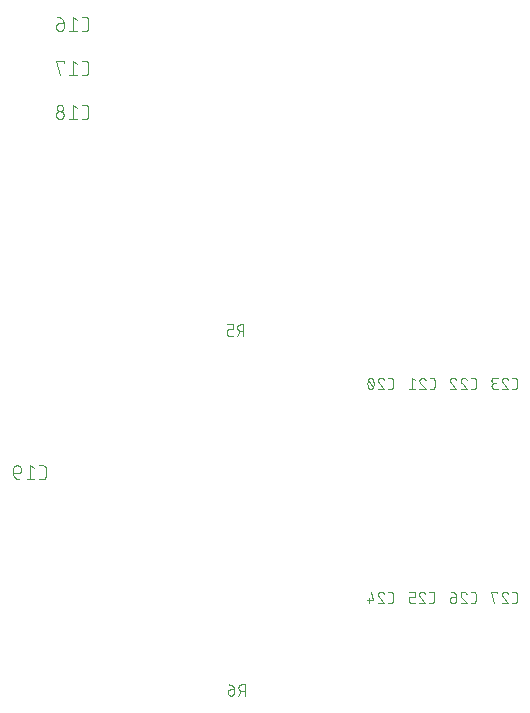
<source format=gbr>
G04 EAGLE Gerber RS-274X export*
G75*
%MOMM*%
%FSLAX34Y34*%
%LPD*%
%INSilkscreen Bottom*%
%IPPOS*%
%AMOC8*
5,1,8,0,0,1.08239X$1,22.5*%
G01*
%ADD10C,0.076200*%
%ADD11C,0.050800*%


D10*
X219313Y734431D02*
X221966Y734431D01*
X222068Y734433D01*
X222169Y734439D01*
X222270Y734449D01*
X222371Y734462D01*
X222471Y734480D01*
X222570Y734501D01*
X222669Y734526D01*
X222766Y734555D01*
X222863Y734587D01*
X222958Y734623D01*
X223051Y734663D01*
X223143Y734706D01*
X223233Y734753D01*
X223322Y734804D01*
X223408Y734857D01*
X223492Y734914D01*
X223574Y734974D01*
X223654Y735037D01*
X223731Y735103D01*
X223806Y735172D01*
X223878Y735244D01*
X223947Y735319D01*
X224013Y735396D01*
X224076Y735476D01*
X224136Y735558D01*
X224193Y735642D01*
X224246Y735728D01*
X224297Y735817D01*
X224344Y735907D01*
X224387Y735999D01*
X224427Y736092D01*
X224463Y736187D01*
X224495Y736284D01*
X224524Y736381D01*
X224549Y736480D01*
X224570Y736579D01*
X224588Y736679D01*
X224601Y736780D01*
X224611Y736881D01*
X224617Y736982D01*
X224619Y737084D01*
X224619Y743716D01*
X224617Y743818D01*
X224611Y743919D01*
X224601Y744020D01*
X224588Y744121D01*
X224570Y744221D01*
X224549Y744320D01*
X224524Y744419D01*
X224495Y744516D01*
X224463Y744613D01*
X224427Y744708D01*
X224387Y744801D01*
X224344Y744893D01*
X224297Y744983D01*
X224246Y745072D01*
X224193Y745158D01*
X224136Y745242D01*
X224076Y745324D01*
X224013Y745404D01*
X223947Y745481D01*
X223878Y745556D01*
X223806Y745628D01*
X223731Y745697D01*
X223654Y745763D01*
X223574Y745826D01*
X223492Y745886D01*
X223408Y745943D01*
X223322Y745996D01*
X223233Y746047D01*
X223143Y746094D01*
X223051Y746137D01*
X222958Y746177D01*
X222863Y746213D01*
X222766Y746245D01*
X222669Y746274D01*
X222570Y746299D01*
X222471Y746320D01*
X222371Y746338D01*
X222270Y746351D01*
X222169Y746361D01*
X222068Y746367D01*
X221966Y746369D01*
X219313Y746369D01*
X215065Y743716D02*
X211749Y746369D01*
X211749Y734431D01*
X215065Y734431D02*
X208433Y734431D01*
X203635Y741063D02*
X199656Y741063D01*
X199554Y741061D01*
X199453Y741055D01*
X199352Y741045D01*
X199251Y741032D01*
X199151Y741014D01*
X199052Y740993D01*
X198953Y740968D01*
X198856Y740939D01*
X198759Y740907D01*
X198664Y740871D01*
X198571Y740831D01*
X198479Y740788D01*
X198389Y740741D01*
X198300Y740690D01*
X198214Y740637D01*
X198130Y740580D01*
X198048Y740520D01*
X197968Y740457D01*
X197891Y740391D01*
X197816Y740322D01*
X197744Y740250D01*
X197675Y740175D01*
X197609Y740098D01*
X197546Y740018D01*
X197486Y739936D01*
X197429Y739852D01*
X197376Y739766D01*
X197325Y739677D01*
X197278Y739587D01*
X197235Y739495D01*
X197195Y739402D01*
X197159Y739307D01*
X197127Y739210D01*
X197098Y739113D01*
X197073Y739015D01*
X197052Y738915D01*
X197034Y738815D01*
X197021Y738714D01*
X197011Y738613D01*
X197005Y738512D01*
X197003Y738410D01*
X197003Y737747D01*
X197005Y737633D01*
X197011Y737518D01*
X197021Y737404D01*
X197035Y737291D01*
X197052Y737177D01*
X197074Y737065D01*
X197099Y736953D01*
X197129Y736843D01*
X197162Y736733D01*
X197199Y736625D01*
X197239Y736518D01*
X197284Y736412D01*
X197331Y736308D01*
X197383Y736206D01*
X197438Y736106D01*
X197496Y736007D01*
X197558Y735911D01*
X197623Y735816D01*
X197691Y735725D01*
X197763Y735635D01*
X197837Y735548D01*
X197914Y735464D01*
X197995Y735382D01*
X198078Y735303D01*
X198163Y735227D01*
X198252Y735154D01*
X198342Y735085D01*
X198435Y735018D01*
X198531Y734955D01*
X198628Y734895D01*
X198728Y734838D01*
X198829Y734785D01*
X198932Y734735D01*
X199037Y734689D01*
X199143Y734646D01*
X199251Y734608D01*
X199360Y734573D01*
X199470Y734542D01*
X199581Y734514D01*
X199693Y734491D01*
X199806Y734471D01*
X199919Y734455D01*
X200033Y734443D01*
X200147Y734435D01*
X200262Y734431D01*
X200376Y734431D01*
X200491Y734435D01*
X200605Y734443D01*
X200719Y734455D01*
X200832Y734471D01*
X200945Y734491D01*
X201057Y734514D01*
X201168Y734542D01*
X201278Y734573D01*
X201387Y734608D01*
X201495Y734646D01*
X201601Y734689D01*
X201706Y734735D01*
X201809Y734785D01*
X201910Y734838D01*
X202010Y734895D01*
X202107Y734955D01*
X202203Y735018D01*
X202296Y735085D01*
X202386Y735154D01*
X202475Y735227D01*
X202560Y735303D01*
X202643Y735382D01*
X202724Y735464D01*
X202801Y735548D01*
X202875Y735635D01*
X202947Y735725D01*
X203015Y735816D01*
X203080Y735911D01*
X203142Y736007D01*
X203200Y736106D01*
X203255Y736206D01*
X203307Y736308D01*
X203354Y736412D01*
X203399Y736518D01*
X203439Y736625D01*
X203476Y736733D01*
X203509Y736843D01*
X203539Y736953D01*
X203564Y737065D01*
X203586Y737177D01*
X203603Y737291D01*
X203617Y737404D01*
X203627Y737518D01*
X203633Y737633D01*
X203635Y737747D01*
X203635Y741063D01*
X203633Y741207D01*
X203627Y741350D01*
X203617Y741494D01*
X203604Y741637D01*
X203586Y741779D01*
X203565Y741921D01*
X203540Y742063D01*
X203511Y742204D01*
X203478Y742344D01*
X203442Y742483D01*
X203401Y742620D01*
X203357Y742757D01*
X203310Y742893D01*
X203258Y743027D01*
X203203Y743160D01*
X203145Y743291D01*
X203082Y743421D01*
X203017Y743548D01*
X202948Y743674D01*
X202875Y743799D01*
X202800Y743921D01*
X202721Y744041D01*
X202638Y744158D01*
X202553Y744274D01*
X202465Y744387D01*
X202373Y744498D01*
X202279Y744606D01*
X202181Y744712D01*
X202081Y744815D01*
X201978Y744915D01*
X201872Y745013D01*
X201764Y745107D01*
X201653Y745199D01*
X201540Y745287D01*
X201424Y745372D01*
X201307Y745455D01*
X201187Y745534D01*
X201065Y745609D01*
X200940Y745682D01*
X200814Y745751D01*
X200687Y745816D01*
X200557Y745879D01*
X200426Y745937D01*
X200293Y745992D01*
X200159Y746044D01*
X200023Y746091D01*
X199886Y746135D01*
X199749Y746176D01*
X199610Y746212D01*
X199470Y746245D01*
X199329Y746274D01*
X199187Y746299D01*
X199045Y746320D01*
X198903Y746338D01*
X198760Y746351D01*
X198616Y746361D01*
X198473Y746367D01*
X198329Y746369D01*
X219313Y697231D02*
X221966Y697231D01*
X222068Y697233D01*
X222169Y697239D01*
X222270Y697249D01*
X222371Y697262D01*
X222471Y697280D01*
X222570Y697301D01*
X222669Y697326D01*
X222766Y697355D01*
X222863Y697387D01*
X222958Y697423D01*
X223051Y697463D01*
X223143Y697506D01*
X223233Y697553D01*
X223322Y697604D01*
X223408Y697657D01*
X223492Y697714D01*
X223574Y697774D01*
X223654Y697837D01*
X223731Y697903D01*
X223806Y697972D01*
X223878Y698044D01*
X223947Y698119D01*
X224013Y698196D01*
X224076Y698276D01*
X224136Y698358D01*
X224193Y698442D01*
X224246Y698528D01*
X224297Y698617D01*
X224344Y698707D01*
X224387Y698799D01*
X224427Y698892D01*
X224463Y698987D01*
X224495Y699084D01*
X224524Y699181D01*
X224549Y699280D01*
X224570Y699379D01*
X224588Y699479D01*
X224601Y699580D01*
X224611Y699681D01*
X224617Y699782D01*
X224619Y699884D01*
X224619Y706516D01*
X224617Y706618D01*
X224611Y706719D01*
X224601Y706820D01*
X224588Y706921D01*
X224570Y707021D01*
X224549Y707120D01*
X224524Y707219D01*
X224495Y707316D01*
X224463Y707413D01*
X224427Y707508D01*
X224387Y707601D01*
X224344Y707693D01*
X224297Y707783D01*
X224246Y707872D01*
X224193Y707958D01*
X224136Y708042D01*
X224076Y708124D01*
X224013Y708204D01*
X223947Y708281D01*
X223878Y708356D01*
X223806Y708428D01*
X223731Y708497D01*
X223654Y708563D01*
X223574Y708626D01*
X223492Y708686D01*
X223408Y708743D01*
X223322Y708796D01*
X223233Y708847D01*
X223143Y708894D01*
X223051Y708937D01*
X222958Y708977D01*
X222863Y709013D01*
X222766Y709045D01*
X222669Y709074D01*
X222570Y709099D01*
X222471Y709120D01*
X222371Y709138D01*
X222270Y709151D01*
X222169Y709161D01*
X222068Y709167D01*
X221966Y709169D01*
X219313Y709169D01*
X215065Y706516D02*
X211749Y709169D01*
X211749Y697231D01*
X215065Y697231D02*
X208433Y697231D01*
X203635Y707843D02*
X203635Y709169D01*
X197003Y709169D01*
X200319Y697231D01*
X219313Y660031D02*
X221966Y660031D01*
X222068Y660033D01*
X222169Y660039D01*
X222270Y660049D01*
X222371Y660062D01*
X222471Y660080D01*
X222570Y660101D01*
X222669Y660126D01*
X222766Y660155D01*
X222863Y660187D01*
X222958Y660223D01*
X223051Y660263D01*
X223143Y660306D01*
X223233Y660353D01*
X223322Y660404D01*
X223408Y660457D01*
X223492Y660514D01*
X223574Y660574D01*
X223654Y660637D01*
X223731Y660703D01*
X223806Y660772D01*
X223878Y660844D01*
X223947Y660919D01*
X224013Y660996D01*
X224076Y661076D01*
X224136Y661158D01*
X224193Y661242D01*
X224246Y661328D01*
X224297Y661417D01*
X224344Y661507D01*
X224387Y661599D01*
X224427Y661692D01*
X224463Y661787D01*
X224495Y661884D01*
X224524Y661981D01*
X224549Y662080D01*
X224570Y662179D01*
X224588Y662279D01*
X224601Y662380D01*
X224611Y662481D01*
X224617Y662582D01*
X224619Y662684D01*
X224619Y669316D01*
X224617Y669418D01*
X224611Y669519D01*
X224601Y669620D01*
X224588Y669721D01*
X224570Y669821D01*
X224549Y669920D01*
X224524Y670019D01*
X224495Y670116D01*
X224463Y670213D01*
X224427Y670308D01*
X224387Y670401D01*
X224344Y670493D01*
X224297Y670583D01*
X224246Y670672D01*
X224193Y670758D01*
X224136Y670842D01*
X224076Y670924D01*
X224013Y671004D01*
X223947Y671081D01*
X223878Y671156D01*
X223806Y671228D01*
X223731Y671297D01*
X223654Y671363D01*
X223574Y671426D01*
X223492Y671486D01*
X223408Y671543D01*
X223322Y671596D01*
X223233Y671647D01*
X223143Y671694D01*
X223051Y671737D01*
X222958Y671777D01*
X222863Y671813D01*
X222766Y671845D01*
X222669Y671874D01*
X222570Y671899D01*
X222471Y671920D01*
X222371Y671938D01*
X222270Y671951D01*
X222169Y671961D01*
X222068Y671967D01*
X221966Y671969D01*
X219313Y671969D01*
X215065Y669316D02*
X211749Y671969D01*
X211749Y660031D01*
X215065Y660031D02*
X208433Y660031D01*
X203635Y663347D02*
X203633Y663461D01*
X203627Y663576D01*
X203617Y663690D01*
X203603Y663803D01*
X203586Y663917D01*
X203564Y664029D01*
X203539Y664141D01*
X203509Y664251D01*
X203476Y664361D01*
X203439Y664469D01*
X203399Y664576D01*
X203354Y664682D01*
X203307Y664786D01*
X203255Y664888D01*
X203200Y664988D01*
X203142Y665087D01*
X203080Y665183D01*
X203015Y665278D01*
X202947Y665369D01*
X202875Y665459D01*
X202801Y665546D01*
X202724Y665630D01*
X202643Y665712D01*
X202560Y665791D01*
X202475Y665867D01*
X202386Y665940D01*
X202296Y666009D01*
X202203Y666076D01*
X202107Y666139D01*
X202010Y666199D01*
X201910Y666256D01*
X201809Y666309D01*
X201706Y666359D01*
X201601Y666405D01*
X201495Y666448D01*
X201387Y666486D01*
X201278Y666521D01*
X201168Y666552D01*
X201057Y666580D01*
X200945Y666603D01*
X200832Y666623D01*
X200719Y666639D01*
X200605Y666651D01*
X200491Y666659D01*
X200376Y666663D01*
X200262Y666663D01*
X200147Y666659D01*
X200033Y666651D01*
X199919Y666639D01*
X199806Y666623D01*
X199693Y666603D01*
X199581Y666580D01*
X199470Y666552D01*
X199360Y666521D01*
X199251Y666486D01*
X199143Y666448D01*
X199037Y666405D01*
X198932Y666359D01*
X198829Y666309D01*
X198728Y666256D01*
X198628Y666199D01*
X198531Y666139D01*
X198435Y666076D01*
X198342Y666009D01*
X198252Y665940D01*
X198163Y665867D01*
X198078Y665791D01*
X197995Y665712D01*
X197914Y665630D01*
X197837Y665546D01*
X197763Y665459D01*
X197691Y665369D01*
X197623Y665278D01*
X197558Y665183D01*
X197496Y665087D01*
X197438Y664988D01*
X197383Y664888D01*
X197331Y664786D01*
X197284Y664682D01*
X197239Y664576D01*
X197199Y664469D01*
X197162Y664361D01*
X197129Y664251D01*
X197099Y664141D01*
X197074Y664029D01*
X197052Y663917D01*
X197035Y663803D01*
X197021Y663690D01*
X197011Y663576D01*
X197005Y663461D01*
X197003Y663347D01*
X197005Y663233D01*
X197011Y663118D01*
X197021Y663004D01*
X197035Y662891D01*
X197052Y662777D01*
X197074Y662665D01*
X197099Y662553D01*
X197129Y662443D01*
X197162Y662333D01*
X197199Y662225D01*
X197239Y662118D01*
X197284Y662012D01*
X197331Y661908D01*
X197383Y661806D01*
X197438Y661706D01*
X197496Y661607D01*
X197558Y661511D01*
X197623Y661416D01*
X197691Y661325D01*
X197763Y661235D01*
X197837Y661148D01*
X197914Y661064D01*
X197995Y660982D01*
X198078Y660903D01*
X198163Y660827D01*
X198252Y660754D01*
X198342Y660685D01*
X198435Y660618D01*
X198531Y660555D01*
X198628Y660495D01*
X198728Y660438D01*
X198829Y660385D01*
X198932Y660335D01*
X199037Y660289D01*
X199143Y660246D01*
X199251Y660208D01*
X199360Y660173D01*
X199470Y660142D01*
X199581Y660114D01*
X199693Y660091D01*
X199806Y660071D01*
X199919Y660055D01*
X200033Y660043D01*
X200147Y660035D01*
X200262Y660031D01*
X200376Y660031D01*
X200491Y660035D01*
X200605Y660043D01*
X200719Y660055D01*
X200832Y660071D01*
X200945Y660091D01*
X201057Y660114D01*
X201168Y660142D01*
X201278Y660173D01*
X201387Y660208D01*
X201495Y660246D01*
X201601Y660289D01*
X201706Y660335D01*
X201809Y660385D01*
X201910Y660438D01*
X202010Y660495D01*
X202107Y660555D01*
X202203Y660618D01*
X202296Y660685D01*
X202386Y660754D01*
X202475Y660827D01*
X202560Y660903D01*
X202643Y660982D01*
X202724Y661064D01*
X202801Y661148D01*
X202875Y661235D01*
X202947Y661325D01*
X203015Y661416D01*
X203080Y661511D01*
X203142Y661607D01*
X203200Y661706D01*
X203255Y661806D01*
X203307Y661908D01*
X203354Y662012D01*
X203399Y662118D01*
X203439Y662225D01*
X203476Y662333D01*
X203509Y662443D01*
X203539Y662553D01*
X203564Y662665D01*
X203586Y662777D01*
X203603Y662891D01*
X203617Y663004D01*
X203627Y663118D01*
X203633Y663233D01*
X203635Y663347D01*
X202972Y669316D02*
X202970Y669418D01*
X202964Y669519D01*
X202954Y669620D01*
X202941Y669721D01*
X202923Y669821D01*
X202902Y669920D01*
X202877Y670019D01*
X202848Y670116D01*
X202816Y670213D01*
X202780Y670308D01*
X202740Y670401D01*
X202697Y670493D01*
X202650Y670583D01*
X202599Y670672D01*
X202546Y670758D01*
X202489Y670842D01*
X202429Y670924D01*
X202366Y671004D01*
X202300Y671081D01*
X202231Y671156D01*
X202159Y671228D01*
X202084Y671297D01*
X202007Y671363D01*
X201927Y671426D01*
X201845Y671486D01*
X201761Y671543D01*
X201675Y671596D01*
X201586Y671647D01*
X201496Y671694D01*
X201404Y671737D01*
X201311Y671777D01*
X201216Y671813D01*
X201119Y671845D01*
X201022Y671874D01*
X200923Y671899D01*
X200824Y671920D01*
X200724Y671938D01*
X200623Y671951D01*
X200522Y671961D01*
X200421Y671967D01*
X200319Y671969D01*
X200217Y671967D01*
X200116Y671961D01*
X200015Y671951D01*
X199914Y671938D01*
X199814Y671920D01*
X199715Y671899D01*
X199616Y671874D01*
X199519Y671845D01*
X199422Y671813D01*
X199327Y671777D01*
X199234Y671737D01*
X199142Y671694D01*
X199052Y671647D01*
X198963Y671596D01*
X198877Y671543D01*
X198793Y671486D01*
X198711Y671426D01*
X198631Y671363D01*
X198554Y671297D01*
X198479Y671228D01*
X198407Y671156D01*
X198338Y671081D01*
X198272Y671004D01*
X198209Y670924D01*
X198149Y670842D01*
X198092Y670758D01*
X198039Y670672D01*
X197988Y670583D01*
X197941Y670493D01*
X197898Y670401D01*
X197858Y670308D01*
X197822Y670213D01*
X197790Y670116D01*
X197761Y670019D01*
X197736Y669920D01*
X197715Y669821D01*
X197697Y669721D01*
X197684Y669620D01*
X197674Y669519D01*
X197668Y669418D01*
X197666Y669316D01*
X197668Y669214D01*
X197674Y669113D01*
X197684Y669012D01*
X197697Y668911D01*
X197715Y668811D01*
X197736Y668712D01*
X197761Y668613D01*
X197790Y668516D01*
X197822Y668419D01*
X197858Y668324D01*
X197898Y668231D01*
X197941Y668139D01*
X197988Y668049D01*
X198039Y667960D01*
X198092Y667874D01*
X198149Y667790D01*
X198209Y667708D01*
X198272Y667628D01*
X198338Y667551D01*
X198407Y667476D01*
X198479Y667404D01*
X198554Y667335D01*
X198631Y667269D01*
X198711Y667206D01*
X198793Y667146D01*
X198877Y667089D01*
X198963Y667036D01*
X199052Y666985D01*
X199142Y666938D01*
X199234Y666895D01*
X199327Y666855D01*
X199422Y666819D01*
X199519Y666787D01*
X199616Y666758D01*
X199715Y666733D01*
X199814Y666712D01*
X199914Y666694D01*
X200015Y666681D01*
X200116Y666671D01*
X200217Y666665D01*
X200319Y666663D01*
X200421Y666665D01*
X200522Y666671D01*
X200623Y666681D01*
X200724Y666694D01*
X200824Y666712D01*
X200923Y666733D01*
X201022Y666758D01*
X201119Y666787D01*
X201216Y666819D01*
X201311Y666855D01*
X201404Y666895D01*
X201496Y666938D01*
X201586Y666985D01*
X201675Y667036D01*
X201761Y667089D01*
X201845Y667146D01*
X201927Y667206D01*
X202007Y667269D01*
X202084Y667335D01*
X202159Y667404D01*
X202231Y667476D01*
X202300Y667551D01*
X202366Y667628D01*
X202429Y667708D01*
X202489Y667790D01*
X202546Y667874D01*
X202599Y667960D01*
X202650Y668049D01*
X202697Y668139D01*
X202740Y668231D01*
X202780Y668324D01*
X202816Y668419D01*
X202848Y668516D01*
X202877Y668613D01*
X202902Y668712D01*
X202923Y668811D01*
X202941Y668911D01*
X202954Y669012D01*
X202964Y669113D01*
X202970Y669214D01*
X202972Y669316D01*
D11*
X355796Y486080D02*
X355796Y476588D01*
X355796Y486080D02*
X353159Y486080D01*
X353058Y486078D01*
X352957Y486072D01*
X352857Y486063D01*
X352756Y486049D01*
X352657Y486032D01*
X352558Y486011D01*
X352460Y485986D01*
X352363Y485957D01*
X352268Y485925D01*
X352173Y485889D01*
X352080Y485849D01*
X351989Y485806D01*
X351899Y485760D01*
X351811Y485710D01*
X351726Y485656D01*
X351642Y485600D01*
X351560Y485540D01*
X351481Y485477D01*
X351405Y485412D01*
X351330Y485343D01*
X351259Y485272D01*
X351190Y485197D01*
X351125Y485121D01*
X351062Y485042D01*
X351002Y484960D01*
X350946Y484876D01*
X350892Y484791D01*
X350842Y484703D01*
X350796Y484613D01*
X350753Y484522D01*
X350713Y484429D01*
X350677Y484334D01*
X350645Y484239D01*
X350616Y484142D01*
X350591Y484044D01*
X350570Y483945D01*
X350553Y483846D01*
X350539Y483745D01*
X350530Y483645D01*
X350524Y483544D01*
X350522Y483443D01*
X350524Y483342D01*
X350530Y483241D01*
X350539Y483141D01*
X350553Y483040D01*
X350570Y482941D01*
X350591Y482842D01*
X350616Y482744D01*
X350645Y482647D01*
X350677Y482552D01*
X350713Y482457D01*
X350753Y482364D01*
X350796Y482273D01*
X350842Y482183D01*
X350892Y482095D01*
X350946Y482010D01*
X351002Y481926D01*
X351062Y481844D01*
X351125Y481765D01*
X351190Y481689D01*
X351259Y481614D01*
X351330Y481543D01*
X351405Y481474D01*
X351481Y481409D01*
X351560Y481346D01*
X351642Y481286D01*
X351726Y481230D01*
X351811Y481176D01*
X351899Y481126D01*
X351989Y481080D01*
X352080Y481037D01*
X352173Y480997D01*
X352268Y480961D01*
X352363Y480929D01*
X352460Y480900D01*
X352558Y480875D01*
X352657Y480854D01*
X352756Y480837D01*
X352857Y480823D01*
X352957Y480814D01*
X353058Y480808D01*
X353159Y480806D01*
X353159Y480807D02*
X355796Y480807D01*
X352632Y480807D02*
X350523Y476588D01*
X346843Y476588D02*
X343679Y476588D01*
X343589Y476590D01*
X343500Y476596D01*
X343411Y476605D01*
X343323Y476618D01*
X343235Y476635D01*
X343148Y476656D01*
X343061Y476680D01*
X342976Y476708D01*
X342893Y476740D01*
X342810Y476775D01*
X342730Y476814D01*
X342650Y476856D01*
X342573Y476901D01*
X342498Y476950D01*
X342425Y477001D01*
X342354Y477056D01*
X342286Y477114D01*
X342220Y477174D01*
X342156Y477238D01*
X342096Y477304D01*
X342038Y477372D01*
X341983Y477443D01*
X341932Y477516D01*
X341883Y477591D01*
X341838Y477668D01*
X341796Y477748D01*
X341757Y477828D01*
X341722Y477911D01*
X341690Y477994D01*
X341662Y478079D01*
X341638Y478166D01*
X341617Y478253D01*
X341600Y478341D01*
X341587Y478429D01*
X341578Y478518D01*
X341572Y478607D01*
X341570Y478697D01*
X341570Y479752D01*
X341572Y479842D01*
X341578Y479931D01*
X341587Y480020D01*
X341600Y480108D01*
X341617Y480196D01*
X341638Y480283D01*
X341662Y480370D01*
X341690Y480455D01*
X341722Y480538D01*
X341757Y480621D01*
X341796Y480701D01*
X341838Y480781D01*
X341883Y480858D01*
X341932Y480933D01*
X341983Y481006D01*
X342038Y481077D01*
X342096Y481145D01*
X342156Y481211D01*
X342220Y481275D01*
X342286Y481335D01*
X342354Y481393D01*
X342425Y481448D01*
X342498Y481499D01*
X342573Y481548D01*
X342650Y481593D01*
X342730Y481635D01*
X342810Y481674D01*
X342893Y481709D01*
X342976Y481741D01*
X343061Y481769D01*
X343148Y481793D01*
X343235Y481814D01*
X343323Y481831D01*
X343411Y481844D01*
X343500Y481853D01*
X343589Y481859D01*
X343679Y481861D01*
X346843Y481861D01*
X346843Y486080D01*
X341570Y486080D01*
D10*
X185732Y354831D02*
X183079Y354831D01*
X185732Y354831D02*
X185834Y354833D01*
X185935Y354839D01*
X186036Y354849D01*
X186137Y354862D01*
X186237Y354880D01*
X186336Y354901D01*
X186435Y354926D01*
X186532Y354955D01*
X186629Y354987D01*
X186724Y355023D01*
X186817Y355063D01*
X186909Y355106D01*
X186999Y355153D01*
X187088Y355204D01*
X187174Y355257D01*
X187258Y355314D01*
X187340Y355374D01*
X187420Y355437D01*
X187497Y355503D01*
X187572Y355572D01*
X187644Y355644D01*
X187713Y355719D01*
X187779Y355796D01*
X187842Y355876D01*
X187902Y355958D01*
X187959Y356042D01*
X188012Y356128D01*
X188063Y356217D01*
X188110Y356307D01*
X188153Y356399D01*
X188193Y356492D01*
X188229Y356587D01*
X188261Y356684D01*
X188290Y356781D01*
X188315Y356880D01*
X188336Y356979D01*
X188354Y357079D01*
X188367Y357180D01*
X188377Y357281D01*
X188383Y357382D01*
X188385Y357484D01*
X188385Y364116D01*
X188383Y364218D01*
X188377Y364319D01*
X188367Y364420D01*
X188354Y364521D01*
X188336Y364621D01*
X188315Y364720D01*
X188290Y364819D01*
X188261Y364916D01*
X188229Y365013D01*
X188193Y365108D01*
X188153Y365201D01*
X188110Y365293D01*
X188063Y365383D01*
X188012Y365472D01*
X187959Y365558D01*
X187902Y365642D01*
X187842Y365724D01*
X187779Y365804D01*
X187713Y365881D01*
X187644Y365956D01*
X187572Y366028D01*
X187497Y366097D01*
X187420Y366163D01*
X187340Y366226D01*
X187258Y366286D01*
X187174Y366343D01*
X187088Y366396D01*
X186999Y366447D01*
X186909Y366494D01*
X186817Y366537D01*
X186724Y366577D01*
X186629Y366613D01*
X186532Y366645D01*
X186435Y366674D01*
X186336Y366699D01*
X186237Y366720D01*
X186137Y366738D01*
X186036Y366751D01*
X185935Y366761D01*
X185834Y366767D01*
X185732Y366769D01*
X183079Y366769D01*
X178831Y364116D02*
X175515Y366769D01*
X175515Y354831D01*
X178831Y354831D02*
X172199Y354831D01*
X164748Y360137D02*
X160769Y360137D01*
X164748Y360137D02*
X164850Y360139D01*
X164951Y360145D01*
X165052Y360155D01*
X165153Y360168D01*
X165253Y360186D01*
X165352Y360207D01*
X165451Y360232D01*
X165548Y360261D01*
X165645Y360293D01*
X165740Y360329D01*
X165833Y360369D01*
X165925Y360412D01*
X166015Y360459D01*
X166104Y360510D01*
X166190Y360563D01*
X166274Y360620D01*
X166356Y360680D01*
X166436Y360743D01*
X166513Y360809D01*
X166588Y360878D01*
X166660Y360950D01*
X166729Y361025D01*
X166795Y361102D01*
X166858Y361182D01*
X166918Y361264D01*
X166975Y361348D01*
X167028Y361434D01*
X167079Y361523D01*
X167126Y361613D01*
X167169Y361705D01*
X167209Y361798D01*
X167245Y361893D01*
X167277Y361990D01*
X167306Y362087D01*
X167331Y362186D01*
X167352Y362285D01*
X167370Y362385D01*
X167383Y362486D01*
X167393Y362587D01*
X167399Y362688D01*
X167401Y362790D01*
X167401Y363453D01*
X167399Y363567D01*
X167393Y363682D01*
X167383Y363796D01*
X167369Y363909D01*
X167352Y364023D01*
X167330Y364135D01*
X167305Y364247D01*
X167275Y364357D01*
X167242Y364467D01*
X167205Y364575D01*
X167165Y364682D01*
X167120Y364788D01*
X167073Y364892D01*
X167021Y364994D01*
X166966Y365094D01*
X166908Y365193D01*
X166846Y365289D01*
X166781Y365384D01*
X166713Y365475D01*
X166641Y365565D01*
X166567Y365652D01*
X166490Y365736D01*
X166409Y365818D01*
X166326Y365897D01*
X166241Y365973D01*
X166152Y366046D01*
X166062Y366115D01*
X165969Y366182D01*
X165873Y366245D01*
X165776Y366305D01*
X165676Y366362D01*
X165575Y366415D01*
X165472Y366465D01*
X165367Y366511D01*
X165261Y366554D01*
X165153Y366592D01*
X165044Y366627D01*
X164934Y366658D01*
X164823Y366686D01*
X164711Y366709D01*
X164598Y366729D01*
X164485Y366745D01*
X164371Y366757D01*
X164257Y366765D01*
X164142Y366769D01*
X164028Y366769D01*
X163913Y366765D01*
X163799Y366757D01*
X163685Y366745D01*
X163572Y366729D01*
X163459Y366709D01*
X163347Y366686D01*
X163236Y366658D01*
X163126Y366627D01*
X163017Y366592D01*
X162909Y366554D01*
X162803Y366511D01*
X162698Y366465D01*
X162595Y366415D01*
X162494Y366362D01*
X162394Y366305D01*
X162297Y366245D01*
X162201Y366182D01*
X162108Y366115D01*
X162018Y366046D01*
X161929Y365973D01*
X161844Y365897D01*
X161761Y365818D01*
X161680Y365736D01*
X161603Y365652D01*
X161529Y365565D01*
X161457Y365475D01*
X161389Y365384D01*
X161324Y365289D01*
X161262Y365193D01*
X161204Y365094D01*
X161149Y364994D01*
X161097Y364892D01*
X161050Y364788D01*
X161005Y364682D01*
X160965Y364575D01*
X160928Y364467D01*
X160895Y364357D01*
X160865Y364247D01*
X160840Y364135D01*
X160818Y364023D01*
X160801Y363909D01*
X160787Y363796D01*
X160777Y363682D01*
X160771Y363567D01*
X160769Y363453D01*
X160769Y360137D01*
X160771Y359993D01*
X160777Y359850D01*
X160787Y359706D01*
X160800Y359563D01*
X160818Y359421D01*
X160839Y359279D01*
X160864Y359137D01*
X160893Y358996D01*
X160926Y358856D01*
X160962Y358717D01*
X161003Y358580D01*
X161047Y358443D01*
X161094Y358307D01*
X161146Y358173D01*
X161201Y358040D01*
X161259Y357909D01*
X161322Y357779D01*
X161387Y357652D01*
X161456Y357526D01*
X161529Y357401D01*
X161604Y357279D01*
X161683Y357159D01*
X161766Y357041D01*
X161851Y356926D01*
X161939Y356813D01*
X162031Y356702D01*
X162125Y356594D01*
X162223Y356488D01*
X162323Y356385D01*
X162426Y356285D01*
X162532Y356187D01*
X162640Y356093D01*
X162751Y356001D01*
X162864Y355913D01*
X162980Y355828D01*
X163097Y355745D01*
X163217Y355666D01*
X163339Y355591D01*
X163464Y355518D01*
X163590Y355449D01*
X163718Y355383D01*
X163847Y355321D01*
X163978Y355263D01*
X164111Y355208D01*
X164245Y355156D01*
X164381Y355109D01*
X164518Y355065D01*
X164656Y355024D01*
X164794Y354988D01*
X164934Y354955D01*
X165075Y354926D01*
X165217Y354901D01*
X165359Y354880D01*
X165501Y354862D01*
X165644Y354849D01*
X165788Y354839D01*
X165931Y354833D01*
X166075Y354831D01*
D11*
X356796Y181230D02*
X356796Y171738D01*
X356796Y181230D02*
X354159Y181230D01*
X354058Y181228D01*
X353957Y181222D01*
X353857Y181213D01*
X353756Y181199D01*
X353657Y181182D01*
X353558Y181161D01*
X353460Y181136D01*
X353363Y181107D01*
X353268Y181075D01*
X353173Y181039D01*
X353080Y180999D01*
X352989Y180956D01*
X352899Y180910D01*
X352811Y180860D01*
X352726Y180806D01*
X352642Y180750D01*
X352560Y180690D01*
X352481Y180627D01*
X352405Y180562D01*
X352330Y180493D01*
X352259Y180422D01*
X352190Y180347D01*
X352125Y180271D01*
X352062Y180192D01*
X352002Y180110D01*
X351946Y180026D01*
X351892Y179941D01*
X351842Y179853D01*
X351796Y179763D01*
X351753Y179672D01*
X351713Y179579D01*
X351677Y179484D01*
X351645Y179389D01*
X351616Y179292D01*
X351591Y179194D01*
X351570Y179095D01*
X351553Y178996D01*
X351539Y178895D01*
X351530Y178795D01*
X351524Y178694D01*
X351522Y178593D01*
X351524Y178492D01*
X351530Y178391D01*
X351539Y178291D01*
X351553Y178190D01*
X351570Y178091D01*
X351591Y177992D01*
X351616Y177894D01*
X351645Y177797D01*
X351677Y177702D01*
X351713Y177607D01*
X351753Y177514D01*
X351796Y177423D01*
X351842Y177333D01*
X351892Y177245D01*
X351946Y177160D01*
X352002Y177076D01*
X352062Y176994D01*
X352125Y176915D01*
X352190Y176839D01*
X352259Y176764D01*
X352330Y176693D01*
X352405Y176624D01*
X352481Y176559D01*
X352560Y176496D01*
X352642Y176436D01*
X352726Y176380D01*
X352811Y176326D01*
X352899Y176276D01*
X352989Y176230D01*
X353080Y176187D01*
X353173Y176147D01*
X353268Y176111D01*
X353363Y176079D01*
X353460Y176050D01*
X353558Y176025D01*
X353657Y176004D01*
X353756Y175987D01*
X353857Y175973D01*
X353957Y175964D01*
X354058Y175958D01*
X354159Y175956D01*
X354159Y175957D02*
X356796Y175957D01*
X353632Y175957D02*
X351523Y171738D01*
X347843Y177011D02*
X344679Y177011D01*
X344589Y177009D01*
X344500Y177003D01*
X344411Y176994D01*
X344323Y176981D01*
X344235Y176964D01*
X344148Y176943D01*
X344061Y176919D01*
X343976Y176891D01*
X343893Y176859D01*
X343810Y176824D01*
X343730Y176785D01*
X343650Y176743D01*
X343573Y176698D01*
X343498Y176649D01*
X343425Y176598D01*
X343354Y176543D01*
X343286Y176485D01*
X343220Y176425D01*
X343156Y176361D01*
X343096Y176295D01*
X343038Y176227D01*
X342983Y176156D01*
X342932Y176083D01*
X342883Y176008D01*
X342838Y175931D01*
X342796Y175851D01*
X342757Y175771D01*
X342722Y175688D01*
X342690Y175605D01*
X342662Y175520D01*
X342638Y175433D01*
X342617Y175346D01*
X342600Y175258D01*
X342587Y175170D01*
X342578Y175081D01*
X342572Y174992D01*
X342570Y174902D01*
X342570Y174375D01*
X342572Y174274D01*
X342578Y174173D01*
X342587Y174073D01*
X342601Y173972D01*
X342618Y173873D01*
X342639Y173774D01*
X342664Y173676D01*
X342693Y173579D01*
X342725Y173484D01*
X342761Y173389D01*
X342801Y173296D01*
X342844Y173205D01*
X342890Y173115D01*
X342940Y173027D01*
X342994Y172942D01*
X343050Y172858D01*
X343110Y172776D01*
X343173Y172697D01*
X343238Y172621D01*
X343307Y172546D01*
X343378Y172475D01*
X343453Y172406D01*
X343529Y172341D01*
X343608Y172278D01*
X343690Y172218D01*
X343774Y172162D01*
X343859Y172108D01*
X343947Y172058D01*
X344037Y172012D01*
X344128Y171969D01*
X344221Y171929D01*
X344316Y171893D01*
X344411Y171861D01*
X344508Y171832D01*
X344606Y171807D01*
X344705Y171786D01*
X344804Y171769D01*
X344905Y171755D01*
X345005Y171746D01*
X345106Y171740D01*
X345207Y171738D01*
X345308Y171740D01*
X345409Y171746D01*
X345509Y171755D01*
X345610Y171769D01*
X345709Y171786D01*
X345808Y171807D01*
X345906Y171832D01*
X346003Y171861D01*
X346098Y171893D01*
X346193Y171929D01*
X346286Y171969D01*
X346377Y172012D01*
X346467Y172058D01*
X346555Y172108D01*
X346640Y172162D01*
X346724Y172218D01*
X346806Y172278D01*
X346885Y172341D01*
X346961Y172406D01*
X347036Y172475D01*
X347107Y172546D01*
X347176Y172621D01*
X347241Y172697D01*
X347304Y172776D01*
X347364Y172858D01*
X347420Y172942D01*
X347474Y173027D01*
X347524Y173115D01*
X347570Y173205D01*
X347613Y173296D01*
X347653Y173389D01*
X347689Y173484D01*
X347721Y173579D01*
X347750Y173676D01*
X347775Y173774D01*
X347796Y173873D01*
X347813Y173972D01*
X347827Y174073D01*
X347836Y174173D01*
X347842Y174274D01*
X347844Y174375D01*
X347843Y174375D02*
X347843Y177011D01*
X347844Y177011D02*
X347842Y177138D01*
X347836Y177266D01*
X347827Y177393D01*
X347813Y177520D01*
X347796Y177646D01*
X347775Y177771D01*
X347750Y177896D01*
X347721Y178021D01*
X347689Y178144D01*
X347653Y178266D01*
X347613Y178387D01*
X347570Y178507D01*
X347523Y178626D01*
X347472Y178743D01*
X347418Y178858D01*
X347361Y178972D01*
X347300Y179084D01*
X347236Y179194D01*
X347168Y179302D01*
X347097Y179408D01*
X347023Y179511D01*
X346946Y179613D01*
X346866Y179712D01*
X346783Y179809D01*
X346697Y179903D01*
X346608Y179994D01*
X346517Y180083D01*
X346423Y180169D01*
X346326Y180252D01*
X346227Y180332D01*
X346125Y180409D01*
X346022Y180483D01*
X345916Y180554D01*
X345808Y180622D01*
X345698Y180686D01*
X345586Y180747D01*
X345472Y180804D01*
X345357Y180858D01*
X345240Y180909D01*
X345121Y180956D01*
X345001Y180999D01*
X344880Y181039D01*
X344758Y181075D01*
X344635Y181107D01*
X344511Y181136D01*
X344386Y181161D01*
X344260Y181182D01*
X344134Y181199D01*
X344007Y181213D01*
X343880Y181222D01*
X343752Y181228D01*
X343625Y181230D01*
X478177Y250254D02*
X480287Y250254D01*
X480377Y250256D01*
X480466Y250262D01*
X480555Y250271D01*
X480643Y250284D01*
X480731Y250301D01*
X480818Y250322D01*
X480905Y250346D01*
X480990Y250374D01*
X481073Y250406D01*
X481156Y250441D01*
X481236Y250480D01*
X481316Y250522D01*
X481393Y250567D01*
X481468Y250616D01*
X481541Y250667D01*
X481612Y250722D01*
X481680Y250780D01*
X481746Y250840D01*
X481810Y250904D01*
X481870Y250970D01*
X481928Y251038D01*
X481983Y251109D01*
X482034Y251182D01*
X482083Y251257D01*
X482128Y251334D01*
X482170Y251414D01*
X482209Y251494D01*
X482244Y251577D01*
X482276Y251660D01*
X482304Y251745D01*
X482328Y251832D01*
X482349Y251919D01*
X482366Y252007D01*
X482379Y252095D01*
X482388Y252184D01*
X482394Y252273D01*
X482396Y252363D01*
X482396Y257637D01*
X482394Y257727D01*
X482388Y257816D01*
X482379Y257905D01*
X482366Y257993D01*
X482349Y258081D01*
X482328Y258168D01*
X482304Y258255D01*
X482276Y258340D01*
X482244Y258423D01*
X482209Y258506D01*
X482170Y258586D01*
X482128Y258666D01*
X482083Y258743D01*
X482034Y258818D01*
X481983Y258891D01*
X481928Y258962D01*
X481870Y259030D01*
X481810Y259096D01*
X481746Y259160D01*
X481680Y259220D01*
X481612Y259278D01*
X481541Y259333D01*
X481468Y259384D01*
X481393Y259433D01*
X481316Y259478D01*
X481236Y259520D01*
X481156Y259559D01*
X481073Y259594D01*
X480990Y259626D01*
X480905Y259654D01*
X480818Y259678D01*
X480731Y259699D01*
X480643Y259716D01*
X480555Y259729D01*
X480466Y259738D01*
X480377Y259744D01*
X480287Y259746D01*
X478177Y259746D01*
X471974Y259746D02*
X471878Y259744D01*
X471783Y259738D01*
X471688Y259729D01*
X471593Y259715D01*
X471499Y259698D01*
X471406Y259677D01*
X471314Y259652D01*
X471223Y259624D01*
X471133Y259592D01*
X471044Y259556D01*
X470957Y259517D01*
X470871Y259474D01*
X470788Y259428D01*
X470706Y259379D01*
X470626Y259326D01*
X470548Y259270D01*
X470473Y259211D01*
X470400Y259149D01*
X470330Y259084D01*
X470263Y259017D01*
X470198Y258947D01*
X470136Y258874D01*
X470077Y258799D01*
X470021Y258721D01*
X469968Y258641D01*
X469919Y258560D01*
X469873Y258476D01*
X469830Y258390D01*
X469791Y258303D01*
X469755Y258214D01*
X469723Y258124D01*
X469695Y258033D01*
X469670Y257941D01*
X469649Y257848D01*
X469632Y257754D01*
X469618Y257659D01*
X469609Y257564D01*
X469603Y257469D01*
X469601Y257373D01*
X471974Y259746D02*
X472084Y259744D01*
X472193Y259738D01*
X472302Y259728D01*
X472411Y259715D01*
X472519Y259697D01*
X472626Y259675D01*
X472733Y259650D01*
X472838Y259621D01*
X472943Y259588D01*
X473046Y259551D01*
X473148Y259511D01*
X473248Y259467D01*
X473347Y259419D01*
X473444Y259368D01*
X473539Y259314D01*
X473632Y259256D01*
X473723Y259195D01*
X473811Y259130D01*
X473898Y259063D01*
X473981Y258992D01*
X474062Y258918D01*
X474141Y258842D01*
X474217Y258763D01*
X474289Y258681D01*
X474359Y258596D01*
X474426Y258509D01*
X474489Y258420D01*
X474550Y258329D01*
X474607Y258235D01*
X474660Y258140D01*
X474710Y258042D01*
X474757Y257943D01*
X474800Y257842D01*
X474839Y257740D01*
X474875Y257636D01*
X470392Y255527D02*
X470322Y255596D01*
X470255Y255668D01*
X470191Y255742D01*
X470129Y255819D01*
X470071Y255898D01*
X470016Y255979D01*
X469964Y256063D01*
X469915Y256148D01*
X469869Y256235D01*
X469827Y256324D01*
X469788Y256414D01*
X469753Y256506D01*
X469721Y256599D01*
X469693Y256693D01*
X469669Y256788D01*
X469648Y256885D01*
X469631Y256981D01*
X469618Y257079D01*
X469609Y257177D01*
X469603Y257275D01*
X469601Y257373D01*
X470392Y255527D02*
X474875Y250254D01*
X469601Y250254D01*
X465875Y252363D02*
X463765Y259746D01*
X465875Y252363D02*
X460601Y252363D01*
X462183Y250254D02*
X462183Y254473D01*
X513177Y250254D02*
X515287Y250254D01*
X515377Y250256D01*
X515466Y250262D01*
X515555Y250271D01*
X515643Y250284D01*
X515731Y250301D01*
X515818Y250322D01*
X515905Y250346D01*
X515990Y250374D01*
X516073Y250406D01*
X516156Y250441D01*
X516236Y250480D01*
X516316Y250522D01*
X516393Y250567D01*
X516468Y250616D01*
X516541Y250667D01*
X516612Y250722D01*
X516680Y250780D01*
X516746Y250840D01*
X516810Y250904D01*
X516870Y250970D01*
X516928Y251038D01*
X516983Y251109D01*
X517034Y251182D01*
X517083Y251257D01*
X517128Y251334D01*
X517170Y251414D01*
X517209Y251494D01*
X517244Y251577D01*
X517276Y251660D01*
X517304Y251745D01*
X517328Y251832D01*
X517349Y251919D01*
X517366Y252007D01*
X517379Y252095D01*
X517388Y252184D01*
X517394Y252273D01*
X517396Y252363D01*
X517396Y257637D01*
X517394Y257727D01*
X517388Y257816D01*
X517379Y257905D01*
X517366Y257993D01*
X517349Y258081D01*
X517328Y258168D01*
X517304Y258255D01*
X517276Y258340D01*
X517244Y258423D01*
X517209Y258506D01*
X517170Y258586D01*
X517128Y258666D01*
X517083Y258743D01*
X517034Y258818D01*
X516983Y258891D01*
X516928Y258962D01*
X516870Y259030D01*
X516810Y259096D01*
X516746Y259160D01*
X516680Y259220D01*
X516612Y259278D01*
X516541Y259333D01*
X516468Y259384D01*
X516393Y259433D01*
X516316Y259478D01*
X516236Y259520D01*
X516156Y259559D01*
X516073Y259594D01*
X515990Y259626D01*
X515905Y259654D01*
X515818Y259678D01*
X515731Y259699D01*
X515643Y259716D01*
X515555Y259729D01*
X515466Y259738D01*
X515377Y259744D01*
X515287Y259746D01*
X513177Y259746D01*
X506974Y259746D02*
X506878Y259744D01*
X506783Y259738D01*
X506688Y259729D01*
X506593Y259715D01*
X506499Y259698D01*
X506406Y259677D01*
X506314Y259652D01*
X506223Y259624D01*
X506133Y259592D01*
X506044Y259556D01*
X505957Y259517D01*
X505871Y259474D01*
X505788Y259428D01*
X505706Y259379D01*
X505626Y259326D01*
X505548Y259270D01*
X505473Y259211D01*
X505400Y259149D01*
X505330Y259084D01*
X505263Y259017D01*
X505198Y258947D01*
X505136Y258874D01*
X505077Y258799D01*
X505021Y258721D01*
X504968Y258641D01*
X504919Y258560D01*
X504873Y258476D01*
X504830Y258390D01*
X504791Y258303D01*
X504755Y258214D01*
X504723Y258124D01*
X504695Y258033D01*
X504670Y257941D01*
X504649Y257848D01*
X504632Y257754D01*
X504618Y257659D01*
X504609Y257564D01*
X504603Y257469D01*
X504601Y257373D01*
X506974Y259746D02*
X507084Y259744D01*
X507193Y259738D01*
X507302Y259728D01*
X507411Y259715D01*
X507519Y259697D01*
X507626Y259675D01*
X507733Y259650D01*
X507838Y259621D01*
X507943Y259588D01*
X508046Y259551D01*
X508148Y259511D01*
X508248Y259467D01*
X508347Y259419D01*
X508444Y259368D01*
X508539Y259314D01*
X508632Y259256D01*
X508723Y259195D01*
X508811Y259130D01*
X508898Y259063D01*
X508981Y258992D01*
X509062Y258918D01*
X509141Y258842D01*
X509217Y258763D01*
X509289Y258681D01*
X509359Y258596D01*
X509426Y258509D01*
X509489Y258420D01*
X509550Y258329D01*
X509607Y258235D01*
X509660Y258140D01*
X509710Y258042D01*
X509757Y257943D01*
X509800Y257842D01*
X509839Y257740D01*
X509875Y257636D01*
X505392Y255527D02*
X505322Y255596D01*
X505255Y255668D01*
X505191Y255742D01*
X505129Y255819D01*
X505071Y255898D01*
X505016Y255979D01*
X504964Y256063D01*
X504915Y256148D01*
X504869Y256235D01*
X504827Y256324D01*
X504788Y256414D01*
X504753Y256506D01*
X504721Y256599D01*
X504693Y256693D01*
X504669Y256788D01*
X504648Y256885D01*
X504631Y256981D01*
X504618Y257079D01*
X504609Y257177D01*
X504603Y257275D01*
X504601Y257373D01*
X505392Y255527D02*
X509875Y250254D01*
X504601Y250254D01*
X500875Y250254D02*
X497711Y250254D01*
X497621Y250256D01*
X497532Y250262D01*
X497443Y250271D01*
X497355Y250284D01*
X497267Y250301D01*
X497180Y250322D01*
X497093Y250346D01*
X497008Y250374D01*
X496925Y250406D01*
X496842Y250441D01*
X496762Y250480D01*
X496682Y250522D01*
X496605Y250567D01*
X496530Y250616D01*
X496457Y250667D01*
X496386Y250722D01*
X496318Y250780D01*
X496252Y250840D01*
X496188Y250904D01*
X496128Y250970D01*
X496070Y251038D01*
X496015Y251109D01*
X495964Y251182D01*
X495915Y251257D01*
X495870Y251334D01*
X495828Y251414D01*
X495789Y251494D01*
X495754Y251577D01*
X495722Y251660D01*
X495694Y251745D01*
X495670Y251832D01*
X495649Y251919D01*
X495632Y252007D01*
X495619Y252095D01*
X495610Y252184D01*
X495604Y252273D01*
X495602Y252363D01*
X495601Y252363D02*
X495601Y253418D01*
X495602Y253418D02*
X495604Y253508D01*
X495610Y253597D01*
X495619Y253686D01*
X495632Y253774D01*
X495649Y253862D01*
X495670Y253949D01*
X495694Y254036D01*
X495722Y254121D01*
X495754Y254204D01*
X495789Y254287D01*
X495828Y254367D01*
X495870Y254447D01*
X495915Y254524D01*
X495964Y254599D01*
X496015Y254672D01*
X496070Y254743D01*
X496128Y254811D01*
X496188Y254877D01*
X496252Y254941D01*
X496318Y255001D01*
X496386Y255059D01*
X496457Y255114D01*
X496530Y255165D01*
X496605Y255214D01*
X496682Y255259D01*
X496762Y255301D01*
X496842Y255340D01*
X496925Y255375D01*
X497008Y255407D01*
X497093Y255435D01*
X497180Y255459D01*
X497267Y255480D01*
X497355Y255497D01*
X497443Y255510D01*
X497532Y255519D01*
X497621Y255525D01*
X497711Y255527D01*
X500875Y255527D01*
X500875Y259746D01*
X495601Y259746D01*
X548177Y250254D02*
X550287Y250254D01*
X550377Y250256D01*
X550466Y250262D01*
X550555Y250271D01*
X550643Y250284D01*
X550731Y250301D01*
X550818Y250322D01*
X550905Y250346D01*
X550990Y250374D01*
X551073Y250406D01*
X551156Y250441D01*
X551236Y250480D01*
X551316Y250522D01*
X551393Y250567D01*
X551468Y250616D01*
X551541Y250667D01*
X551612Y250722D01*
X551680Y250780D01*
X551746Y250840D01*
X551810Y250904D01*
X551870Y250970D01*
X551928Y251038D01*
X551983Y251109D01*
X552034Y251182D01*
X552083Y251257D01*
X552128Y251334D01*
X552170Y251414D01*
X552209Y251494D01*
X552244Y251577D01*
X552276Y251660D01*
X552304Y251745D01*
X552328Y251832D01*
X552349Y251919D01*
X552366Y252007D01*
X552379Y252095D01*
X552388Y252184D01*
X552394Y252273D01*
X552396Y252363D01*
X552396Y257637D01*
X552394Y257727D01*
X552388Y257816D01*
X552379Y257905D01*
X552366Y257993D01*
X552349Y258081D01*
X552328Y258168D01*
X552304Y258255D01*
X552276Y258340D01*
X552244Y258423D01*
X552209Y258506D01*
X552170Y258586D01*
X552128Y258666D01*
X552083Y258743D01*
X552034Y258818D01*
X551983Y258891D01*
X551928Y258962D01*
X551870Y259030D01*
X551810Y259096D01*
X551746Y259160D01*
X551680Y259220D01*
X551612Y259278D01*
X551541Y259333D01*
X551468Y259384D01*
X551393Y259433D01*
X551316Y259478D01*
X551236Y259520D01*
X551156Y259559D01*
X551073Y259594D01*
X550990Y259626D01*
X550905Y259654D01*
X550818Y259678D01*
X550731Y259699D01*
X550643Y259716D01*
X550555Y259729D01*
X550466Y259738D01*
X550377Y259744D01*
X550287Y259746D01*
X548177Y259746D01*
X541974Y259746D02*
X541878Y259744D01*
X541783Y259738D01*
X541688Y259729D01*
X541593Y259715D01*
X541499Y259698D01*
X541406Y259677D01*
X541314Y259652D01*
X541223Y259624D01*
X541133Y259592D01*
X541044Y259556D01*
X540957Y259517D01*
X540871Y259474D01*
X540788Y259428D01*
X540706Y259379D01*
X540626Y259326D01*
X540548Y259270D01*
X540473Y259211D01*
X540400Y259149D01*
X540330Y259084D01*
X540263Y259017D01*
X540198Y258947D01*
X540136Y258874D01*
X540077Y258799D01*
X540021Y258721D01*
X539968Y258641D01*
X539919Y258560D01*
X539873Y258476D01*
X539830Y258390D01*
X539791Y258303D01*
X539755Y258214D01*
X539723Y258124D01*
X539695Y258033D01*
X539670Y257941D01*
X539649Y257848D01*
X539632Y257754D01*
X539618Y257659D01*
X539609Y257564D01*
X539603Y257469D01*
X539601Y257373D01*
X541974Y259746D02*
X542084Y259744D01*
X542193Y259738D01*
X542302Y259728D01*
X542411Y259715D01*
X542519Y259697D01*
X542626Y259675D01*
X542733Y259650D01*
X542838Y259621D01*
X542943Y259588D01*
X543046Y259551D01*
X543148Y259511D01*
X543248Y259467D01*
X543347Y259419D01*
X543444Y259368D01*
X543539Y259314D01*
X543632Y259256D01*
X543723Y259195D01*
X543811Y259130D01*
X543898Y259063D01*
X543981Y258992D01*
X544062Y258918D01*
X544141Y258842D01*
X544217Y258763D01*
X544289Y258681D01*
X544359Y258596D01*
X544426Y258509D01*
X544489Y258420D01*
X544550Y258329D01*
X544607Y258235D01*
X544660Y258140D01*
X544710Y258042D01*
X544757Y257943D01*
X544800Y257842D01*
X544839Y257740D01*
X544875Y257636D01*
X540392Y255527D02*
X540322Y255596D01*
X540255Y255668D01*
X540191Y255742D01*
X540129Y255819D01*
X540071Y255898D01*
X540016Y255979D01*
X539964Y256063D01*
X539915Y256148D01*
X539869Y256235D01*
X539827Y256324D01*
X539788Y256414D01*
X539753Y256506D01*
X539721Y256599D01*
X539693Y256693D01*
X539669Y256788D01*
X539648Y256885D01*
X539631Y256981D01*
X539618Y257079D01*
X539609Y257177D01*
X539603Y257275D01*
X539601Y257373D01*
X540392Y255527D02*
X544875Y250254D01*
X539601Y250254D01*
X535875Y255527D02*
X532711Y255527D01*
X532621Y255525D01*
X532532Y255519D01*
X532443Y255510D01*
X532355Y255497D01*
X532267Y255480D01*
X532180Y255459D01*
X532093Y255435D01*
X532008Y255407D01*
X531925Y255375D01*
X531842Y255340D01*
X531762Y255301D01*
X531682Y255259D01*
X531605Y255214D01*
X531530Y255165D01*
X531457Y255114D01*
X531386Y255059D01*
X531318Y255001D01*
X531252Y254941D01*
X531188Y254877D01*
X531128Y254811D01*
X531070Y254743D01*
X531015Y254672D01*
X530964Y254599D01*
X530915Y254524D01*
X530870Y254447D01*
X530828Y254367D01*
X530789Y254287D01*
X530754Y254204D01*
X530722Y254121D01*
X530694Y254036D01*
X530670Y253949D01*
X530649Y253862D01*
X530632Y253774D01*
X530619Y253686D01*
X530610Y253597D01*
X530604Y253508D01*
X530602Y253418D01*
X530601Y253418D02*
X530601Y252891D01*
X530603Y252790D01*
X530609Y252689D01*
X530618Y252589D01*
X530632Y252488D01*
X530649Y252389D01*
X530670Y252290D01*
X530695Y252192D01*
X530724Y252095D01*
X530756Y252000D01*
X530792Y251905D01*
X530832Y251812D01*
X530875Y251721D01*
X530921Y251631D01*
X530971Y251543D01*
X531025Y251458D01*
X531081Y251374D01*
X531141Y251292D01*
X531204Y251213D01*
X531269Y251137D01*
X531338Y251062D01*
X531409Y250991D01*
X531484Y250922D01*
X531560Y250857D01*
X531639Y250794D01*
X531721Y250734D01*
X531805Y250678D01*
X531890Y250624D01*
X531978Y250574D01*
X532068Y250528D01*
X532159Y250485D01*
X532252Y250445D01*
X532347Y250409D01*
X532442Y250377D01*
X532539Y250348D01*
X532637Y250323D01*
X532736Y250302D01*
X532835Y250285D01*
X532936Y250271D01*
X533036Y250262D01*
X533137Y250256D01*
X533238Y250254D01*
X533339Y250256D01*
X533440Y250262D01*
X533540Y250271D01*
X533641Y250285D01*
X533740Y250302D01*
X533839Y250323D01*
X533937Y250348D01*
X534034Y250377D01*
X534129Y250409D01*
X534224Y250445D01*
X534317Y250485D01*
X534408Y250528D01*
X534498Y250574D01*
X534586Y250624D01*
X534671Y250678D01*
X534755Y250734D01*
X534837Y250794D01*
X534916Y250857D01*
X534992Y250922D01*
X535067Y250991D01*
X535138Y251062D01*
X535207Y251137D01*
X535272Y251213D01*
X535335Y251292D01*
X535395Y251374D01*
X535451Y251458D01*
X535505Y251543D01*
X535555Y251631D01*
X535601Y251721D01*
X535644Y251812D01*
X535684Y251905D01*
X535720Y252000D01*
X535752Y252095D01*
X535781Y252192D01*
X535806Y252290D01*
X535827Y252389D01*
X535844Y252488D01*
X535858Y252589D01*
X535867Y252689D01*
X535873Y252790D01*
X535875Y252891D01*
X535875Y255527D01*
X535873Y255654D01*
X535867Y255782D01*
X535858Y255909D01*
X535844Y256036D01*
X535827Y256162D01*
X535806Y256287D01*
X535781Y256412D01*
X535752Y256537D01*
X535720Y256660D01*
X535684Y256782D01*
X535644Y256903D01*
X535601Y257023D01*
X535554Y257142D01*
X535503Y257259D01*
X535449Y257374D01*
X535392Y257488D01*
X535331Y257600D01*
X535267Y257710D01*
X535199Y257818D01*
X535128Y257924D01*
X535054Y258027D01*
X534977Y258129D01*
X534897Y258228D01*
X534814Y258325D01*
X534728Y258419D01*
X534639Y258510D01*
X534548Y258599D01*
X534454Y258685D01*
X534357Y258768D01*
X534258Y258848D01*
X534156Y258925D01*
X534053Y258999D01*
X533947Y259070D01*
X533839Y259138D01*
X533729Y259202D01*
X533617Y259263D01*
X533503Y259320D01*
X533388Y259374D01*
X533271Y259425D01*
X533152Y259472D01*
X533032Y259515D01*
X532911Y259555D01*
X532789Y259591D01*
X532666Y259623D01*
X532542Y259652D01*
X532417Y259677D01*
X532291Y259698D01*
X532165Y259715D01*
X532038Y259729D01*
X531911Y259738D01*
X531783Y259744D01*
X531656Y259746D01*
X583177Y250254D02*
X585287Y250254D01*
X585377Y250256D01*
X585466Y250262D01*
X585555Y250271D01*
X585643Y250284D01*
X585731Y250301D01*
X585818Y250322D01*
X585905Y250346D01*
X585990Y250374D01*
X586073Y250406D01*
X586156Y250441D01*
X586236Y250480D01*
X586316Y250522D01*
X586393Y250567D01*
X586468Y250616D01*
X586541Y250667D01*
X586612Y250722D01*
X586680Y250780D01*
X586746Y250840D01*
X586810Y250904D01*
X586870Y250970D01*
X586928Y251038D01*
X586983Y251109D01*
X587034Y251182D01*
X587083Y251257D01*
X587128Y251334D01*
X587170Y251414D01*
X587209Y251494D01*
X587244Y251577D01*
X587276Y251660D01*
X587304Y251745D01*
X587328Y251832D01*
X587349Y251919D01*
X587366Y252007D01*
X587379Y252095D01*
X587388Y252184D01*
X587394Y252273D01*
X587396Y252363D01*
X587396Y257637D01*
X587394Y257727D01*
X587388Y257816D01*
X587379Y257905D01*
X587366Y257993D01*
X587349Y258081D01*
X587328Y258168D01*
X587304Y258255D01*
X587276Y258340D01*
X587244Y258423D01*
X587209Y258506D01*
X587170Y258586D01*
X587128Y258666D01*
X587083Y258743D01*
X587034Y258818D01*
X586983Y258891D01*
X586928Y258962D01*
X586870Y259030D01*
X586810Y259096D01*
X586746Y259160D01*
X586680Y259220D01*
X586612Y259278D01*
X586541Y259333D01*
X586468Y259384D01*
X586393Y259433D01*
X586316Y259478D01*
X586236Y259520D01*
X586156Y259559D01*
X586073Y259594D01*
X585990Y259626D01*
X585905Y259654D01*
X585818Y259678D01*
X585731Y259699D01*
X585643Y259716D01*
X585555Y259729D01*
X585466Y259738D01*
X585377Y259744D01*
X585287Y259746D01*
X583177Y259746D01*
X576974Y259746D02*
X576878Y259744D01*
X576783Y259738D01*
X576688Y259729D01*
X576593Y259715D01*
X576499Y259698D01*
X576406Y259677D01*
X576314Y259652D01*
X576223Y259624D01*
X576133Y259592D01*
X576044Y259556D01*
X575957Y259517D01*
X575871Y259474D01*
X575788Y259428D01*
X575706Y259379D01*
X575626Y259326D01*
X575548Y259270D01*
X575473Y259211D01*
X575400Y259149D01*
X575330Y259084D01*
X575263Y259017D01*
X575198Y258947D01*
X575136Y258874D01*
X575077Y258799D01*
X575021Y258721D01*
X574968Y258641D01*
X574919Y258560D01*
X574873Y258476D01*
X574830Y258390D01*
X574791Y258303D01*
X574755Y258214D01*
X574723Y258124D01*
X574695Y258033D01*
X574670Y257941D01*
X574649Y257848D01*
X574632Y257754D01*
X574618Y257659D01*
X574609Y257564D01*
X574603Y257469D01*
X574601Y257373D01*
X576974Y259746D02*
X577084Y259744D01*
X577193Y259738D01*
X577302Y259728D01*
X577411Y259715D01*
X577519Y259697D01*
X577626Y259675D01*
X577733Y259650D01*
X577838Y259621D01*
X577943Y259588D01*
X578046Y259551D01*
X578148Y259511D01*
X578248Y259467D01*
X578347Y259419D01*
X578444Y259368D01*
X578539Y259314D01*
X578632Y259256D01*
X578723Y259195D01*
X578811Y259130D01*
X578898Y259063D01*
X578981Y258992D01*
X579062Y258918D01*
X579141Y258842D01*
X579217Y258763D01*
X579289Y258681D01*
X579359Y258596D01*
X579426Y258509D01*
X579489Y258420D01*
X579550Y258329D01*
X579607Y258235D01*
X579660Y258140D01*
X579710Y258042D01*
X579757Y257943D01*
X579800Y257842D01*
X579839Y257740D01*
X579875Y257636D01*
X575392Y255527D02*
X575322Y255596D01*
X575255Y255668D01*
X575191Y255742D01*
X575129Y255819D01*
X575071Y255898D01*
X575016Y255979D01*
X574964Y256063D01*
X574915Y256148D01*
X574869Y256235D01*
X574827Y256324D01*
X574788Y256414D01*
X574753Y256506D01*
X574721Y256599D01*
X574693Y256693D01*
X574669Y256788D01*
X574648Y256885D01*
X574631Y256981D01*
X574618Y257079D01*
X574609Y257177D01*
X574603Y257275D01*
X574601Y257373D01*
X575392Y255527D02*
X579875Y250254D01*
X574601Y250254D01*
X570875Y258691D02*
X570875Y259746D01*
X565601Y259746D01*
X568238Y250254D01*
X480487Y431254D02*
X478377Y431254D01*
X480487Y431254D02*
X480577Y431256D01*
X480666Y431262D01*
X480755Y431271D01*
X480843Y431284D01*
X480931Y431301D01*
X481018Y431322D01*
X481105Y431346D01*
X481190Y431374D01*
X481273Y431406D01*
X481356Y431441D01*
X481436Y431480D01*
X481516Y431522D01*
X481593Y431567D01*
X481668Y431616D01*
X481741Y431667D01*
X481812Y431722D01*
X481880Y431780D01*
X481946Y431840D01*
X482010Y431904D01*
X482070Y431970D01*
X482128Y432038D01*
X482183Y432109D01*
X482234Y432182D01*
X482283Y432257D01*
X482328Y432334D01*
X482370Y432414D01*
X482409Y432494D01*
X482444Y432577D01*
X482476Y432660D01*
X482504Y432745D01*
X482528Y432832D01*
X482549Y432919D01*
X482566Y433007D01*
X482579Y433095D01*
X482588Y433184D01*
X482594Y433273D01*
X482596Y433363D01*
X482596Y438637D01*
X482594Y438727D01*
X482588Y438816D01*
X482579Y438905D01*
X482566Y438993D01*
X482549Y439081D01*
X482528Y439168D01*
X482504Y439255D01*
X482476Y439340D01*
X482444Y439423D01*
X482409Y439506D01*
X482370Y439586D01*
X482328Y439666D01*
X482283Y439743D01*
X482234Y439818D01*
X482183Y439891D01*
X482128Y439962D01*
X482070Y440030D01*
X482010Y440096D01*
X481946Y440160D01*
X481880Y440220D01*
X481812Y440278D01*
X481741Y440333D01*
X481668Y440384D01*
X481593Y440433D01*
X481516Y440478D01*
X481436Y440520D01*
X481356Y440559D01*
X481273Y440594D01*
X481190Y440626D01*
X481105Y440654D01*
X481018Y440678D01*
X480931Y440699D01*
X480843Y440716D01*
X480755Y440729D01*
X480666Y440738D01*
X480577Y440744D01*
X480487Y440746D01*
X478377Y440746D01*
X472174Y440746D02*
X472078Y440744D01*
X471983Y440738D01*
X471888Y440729D01*
X471793Y440715D01*
X471699Y440698D01*
X471606Y440677D01*
X471514Y440652D01*
X471423Y440624D01*
X471333Y440592D01*
X471244Y440556D01*
X471157Y440517D01*
X471071Y440474D01*
X470988Y440428D01*
X470906Y440379D01*
X470826Y440326D01*
X470748Y440270D01*
X470673Y440211D01*
X470600Y440149D01*
X470530Y440084D01*
X470463Y440017D01*
X470398Y439947D01*
X470336Y439874D01*
X470277Y439799D01*
X470221Y439721D01*
X470168Y439641D01*
X470119Y439560D01*
X470073Y439476D01*
X470030Y439390D01*
X469991Y439303D01*
X469955Y439214D01*
X469923Y439124D01*
X469895Y439033D01*
X469870Y438941D01*
X469849Y438848D01*
X469832Y438754D01*
X469818Y438659D01*
X469809Y438564D01*
X469803Y438469D01*
X469801Y438373D01*
X472174Y440746D02*
X472284Y440744D01*
X472393Y440738D01*
X472502Y440728D01*
X472611Y440715D01*
X472719Y440697D01*
X472826Y440675D01*
X472933Y440650D01*
X473038Y440621D01*
X473143Y440588D01*
X473246Y440551D01*
X473348Y440511D01*
X473448Y440467D01*
X473547Y440419D01*
X473644Y440368D01*
X473739Y440314D01*
X473832Y440256D01*
X473923Y440195D01*
X474011Y440130D01*
X474098Y440063D01*
X474181Y439992D01*
X474262Y439918D01*
X474341Y439842D01*
X474417Y439763D01*
X474489Y439681D01*
X474559Y439596D01*
X474626Y439509D01*
X474689Y439420D01*
X474750Y439329D01*
X474807Y439235D01*
X474860Y439140D01*
X474910Y439042D01*
X474957Y438943D01*
X475000Y438842D01*
X475039Y438740D01*
X475075Y438636D01*
X470592Y436527D02*
X470522Y436596D01*
X470455Y436668D01*
X470391Y436742D01*
X470329Y436819D01*
X470271Y436898D01*
X470216Y436979D01*
X470164Y437063D01*
X470115Y437148D01*
X470069Y437235D01*
X470027Y437324D01*
X469988Y437414D01*
X469953Y437506D01*
X469921Y437599D01*
X469893Y437693D01*
X469869Y437788D01*
X469848Y437885D01*
X469831Y437981D01*
X469818Y438079D01*
X469809Y438177D01*
X469803Y438275D01*
X469801Y438373D01*
X470592Y436527D02*
X475075Y431254D01*
X469801Y431254D01*
X466075Y436000D02*
X466073Y436187D01*
X466066Y436373D01*
X466055Y436560D01*
X466039Y436746D01*
X466019Y436931D01*
X465995Y437117D01*
X465966Y437301D01*
X465933Y437485D01*
X465895Y437668D01*
X465853Y437850D01*
X465807Y438031D01*
X465756Y438210D01*
X465701Y438389D01*
X465642Y438566D01*
X465579Y438742D01*
X465511Y438916D01*
X465440Y439088D01*
X465364Y439259D01*
X465284Y439428D01*
X465254Y439509D01*
X465220Y439589D01*
X465183Y439667D01*
X465143Y439743D01*
X465099Y439818D01*
X465053Y439890D01*
X465002Y439961D01*
X464949Y440029D01*
X464893Y440095D01*
X464834Y440158D01*
X464772Y440218D01*
X464708Y440276D01*
X464641Y440331D01*
X464572Y440383D01*
X464501Y440431D01*
X464427Y440477D01*
X464352Y440519D01*
X464274Y440558D01*
X464195Y440593D01*
X464115Y440625D01*
X464033Y440653D01*
X463951Y440677D01*
X463867Y440698D01*
X463782Y440715D01*
X463697Y440729D01*
X463611Y440738D01*
X463524Y440744D01*
X463438Y440746D01*
X463352Y440744D01*
X463265Y440738D01*
X463179Y440729D01*
X463094Y440715D01*
X463009Y440698D01*
X462925Y440677D01*
X462843Y440653D01*
X462761Y440625D01*
X462681Y440593D01*
X462602Y440558D01*
X462524Y440519D01*
X462449Y440477D01*
X462375Y440431D01*
X462304Y440383D01*
X462235Y440331D01*
X462168Y440276D01*
X462104Y440218D01*
X462042Y440158D01*
X461983Y440095D01*
X461927Y440029D01*
X461874Y439961D01*
X461824Y439890D01*
X461777Y439818D01*
X461733Y439743D01*
X461693Y439667D01*
X461656Y439589D01*
X461622Y439509D01*
X461592Y439428D01*
X461512Y439259D01*
X461436Y439088D01*
X461365Y438916D01*
X461297Y438742D01*
X461234Y438566D01*
X461175Y438389D01*
X461120Y438210D01*
X461069Y438031D01*
X461023Y437850D01*
X460981Y437668D01*
X460943Y437485D01*
X460910Y437301D01*
X460881Y437117D01*
X460857Y436931D01*
X460837Y436746D01*
X460821Y436560D01*
X460810Y436373D01*
X460803Y436187D01*
X460801Y436000D01*
X466074Y436000D02*
X466072Y435813D01*
X466065Y435627D01*
X466054Y435440D01*
X466038Y435254D01*
X466018Y435069D01*
X465994Y434883D01*
X465965Y434699D01*
X465932Y434515D01*
X465894Y434332D01*
X465852Y434150D01*
X465806Y433969D01*
X465755Y433790D01*
X465700Y433611D01*
X465641Y433434D01*
X465578Y433258D01*
X465510Y433084D01*
X465439Y432912D01*
X465363Y432741D01*
X465283Y432572D01*
X465284Y432572D02*
X465254Y432491D01*
X465220Y432411D01*
X465183Y432333D01*
X465143Y432257D01*
X465099Y432182D01*
X465052Y432110D01*
X465002Y432039D01*
X464949Y431971D01*
X464893Y431905D01*
X464834Y431842D01*
X464772Y431782D01*
X464708Y431724D01*
X464641Y431669D01*
X464572Y431617D01*
X464501Y431569D01*
X464427Y431523D01*
X464352Y431481D01*
X464274Y431442D01*
X464195Y431407D01*
X464115Y431375D01*
X464033Y431347D01*
X463951Y431323D01*
X463867Y431302D01*
X463782Y431285D01*
X463697Y431271D01*
X463611Y431262D01*
X463524Y431256D01*
X463438Y431254D01*
X461593Y432572D02*
X461513Y432741D01*
X461437Y432912D01*
X461366Y433084D01*
X461298Y433258D01*
X461235Y433434D01*
X461176Y433611D01*
X461121Y433790D01*
X461070Y433969D01*
X461024Y434150D01*
X460982Y434332D01*
X460944Y434515D01*
X460911Y434699D01*
X460882Y434883D01*
X460858Y435069D01*
X460838Y435254D01*
X460822Y435440D01*
X460811Y435627D01*
X460804Y435813D01*
X460802Y436000D01*
X461592Y432572D02*
X461622Y432491D01*
X461656Y432411D01*
X461693Y432333D01*
X461733Y432257D01*
X461777Y432182D01*
X461824Y432110D01*
X461874Y432039D01*
X461927Y431971D01*
X461983Y431905D01*
X462042Y431842D01*
X462104Y431782D01*
X462168Y431724D01*
X462235Y431669D01*
X462304Y431617D01*
X462375Y431569D01*
X462449Y431523D01*
X462524Y431481D01*
X462602Y431442D01*
X462681Y431407D01*
X462761Y431375D01*
X462843Y431347D01*
X462925Y431323D01*
X463009Y431302D01*
X463094Y431285D01*
X463179Y431271D01*
X463265Y431262D01*
X463352Y431256D01*
X463438Y431254D01*
X465547Y433363D02*
X461329Y438637D01*
X513377Y431254D02*
X515487Y431254D01*
X515577Y431256D01*
X515666Y431262D01*
X515755Y431271D01*
X515843Y431284D01*
X515931Y431301D01*
X516018Y431322D01*
X516105Y431346D01*
X516190Y431374D01*
X516273Y431406D01*
X516356Y431441D01*
X516436Y431480D01*
X516516Y431522D01*
X516593Y431567D01*
X516668Y431616D01*
X516741Y431667D01*
X516812Y431722D01*
X516880Y431780D01*
X516946Y431840D01*
X517010Y431904D01*
X517070Y431970D01*
X517128Y432038D01*
X517183Y432109D01*
X517234Y432182D01*
X517283Y432257D01*
X517328Y432334D01*
X517370Y432414D01*
X517409Y432494D01*
X517444Y432577D01*
X517476Y432660D01*
X517504Y432745D01*
X517528Y432832D01*
X517549Y432919D01*
X517566Y433007D01*
X517579Y433095D01*
X517588Y433184D01*
X517594Y433273D01*
X517596Y433363D01*
X517596Y438637D01*
X517594Y438727D01*
X517588Y438816D01*
X517579Y438905D01*
X517566Y438993D01*
X517549Y439081D01*
X517528Y439168D01*
X517504Y439255D01*
X517476Y439340D01*
X517444Y439423D01*
X517409Y439506D01*
X517370Y439586D01*
X517328Y439666D01*
X517283Y439743D01*
X517234Y439818D01*
X517183Y439891D01*
X517128Y439962D01*
X517070Y440030D01*
X517010Y440096D01*
X516946Y440160D01*
X516880Y440220D01*
X516812Y440278D01*
X516741Y440333D01*
X516668Y440384D01*
X516593Y440433D01*
X516516Y440478D01*
X516436Y440520D01*
X516356Y440559D01*
X516273Y440594D01*
X516190Y440626D01*
X516105Y440654D01*
X516018Y440678D01*
X515931Y440699D01*
X515843Y440716D01*
X515755Y440729D01*
X515666Y440738D01*
X515577Y440744D01*
X515487Y440746D01*
X513377Y440746D01*
X507174Y440746D02*
X507078Y440744D01*
X506983Y440738D01*
X506888Y440729D01*
X506793Y440715D01*
X506699Y440698D01*
X506606Y440677D01*
X506514Y440652D01*
X506423Y440624D01*
X506333Y440592D01*
X506244Y440556D01*
X506157Y440517D01*
X506071Y440474D01*
X505988Y440428D01*
X505906Y440379D01*
X505826Y440326D01*
X505748Y440270D01*
X505673Y440211D01*
X505600Y440149D01*
X505530Y440084D01*
X505463Y440017D01*
X505398Y439947D01*
X505336Y439874D01*
X505277Y439799D01*
X505221Y439721D01*
X505168Y439641D01*
X505119Y439560D01*
X505073Y439476D01*
X505030Y439390D01*
X504991Y439303D01*
X504955Y439214D01*
X504923Y439124D01*
X504895Y439033D01*
X504870Y438941D01*
X504849Y438848D01*
X504832Y438754D01*
X504818Y438659D01*
X504809Y438564D01*
X504803Y438469D01*
X504801Y438373D01*
X507174Y440746D02*
X507284Y440744D01*
X507393Y440738D01*
X507502Y440728D01*
X507611Y440715D01*
X507719Y440697D01*
X507826Y440675D01*
X507933Y440650D01*
X508038Y440621D01*
X508143Y440588D01*
X508246Y440551D01*
X508348Y440511D01*
X508448Y440467D01*
X508547Y440419D01*
X508644Y440368D01*
X508739Y440314D01*
X508832Y440256D01*
X508923Y440195D01*
X509011Y440130D01*
X509098Y440063D01*
X509181Y439992D01*
X509262Y439918D01*
X509341Y439842D01*
X509417Y439763D01*
X509489Y439681D01*
X509559Y439596D01*
X509626Y439509D01*
X509689Y439420D01*
X509750Y439329D01*
X509807Y439235D01*
X509860Y439140D01*
X509910Y439042D01*
X509957Y438943D01*
X510000Y438842D01*
X510039Y438740D01*
X510075Y438636D01*
X505592Y436527D02*
X505522Y436596D01*
X505455Y436668D01*
X505391Y436742D01*
X505329Y436819D01*
X505271Y436898D01*
X505216Y436979D01*
X505164Y437063D01*
X505115Y437148D01*
X505069Y437235D01*
X505027Y437324D01*
X504988Y437414D01*
X504953Y437506D01*
X504921Y437599D01*
X504893Y437693D01*
X504869Y437788D01*
X504848Y437885D01*
X504831Y437981D01*
X504818Y438079D01*
X504809Y438177D01*
X504803Y438275D01*
X504801Y438373D01*
X505592Y436527D02*
X510075Y431254D01*
X504801Y431254D01*
X501075Y438637D02*
X498438Y440746D01*
X498438Y431254D01*
X501075Y431254D02*
X495801Y431254D01*
X548377Y431254D02*
X550487Y431254D01*
X550577Y431256D01*
X550666Y431262D01*
X550755Y431271D01*
X550843Y431284D01*
X550931Y431301D01*
X551018Y431322D01*
X551105Y431346D01*
X551190Y431374D01*
X551273Y431406D01*
X551356Y431441D01*
X551436Y431480D01*
X551516Y431522D01*
X551593Y431567D01*
X551668Y431616D01*
X551741Y431667D01*
X551812Y431722D01*
X551880Y431780D01*
X551946Y431840D01*
X552010Y431904D01*
X552070Y431970D01*
X552128Y432038D01*
X552183Y432109D01*
X552234Y432182D01*
X552283Y432257D01*
X552328Y432334D01*
X552370Y432414D01*
X552409Y432494D01*
X552444Y432577D01*
X552476Y432660D01*
X552504Y432745D01*
X552528Y432832D01*
X552549Y432919D01*
X552566Y433007D01*
X552579Y433095D01*
X552588Y433184D01*
X552594Y433273D01*
X552596Y433363D01*
X552596Y438637D01*
X552594Y438727D01*
X552588Y438816D01*
X552579Y438905D01*
X552566Y438993D01*
X552549Y439081D01*
X552528Y439168D01*
X552504Y439255D01*
X552476Y439340D01*
X552444Y439423D01*
X552409Y439506D01*
X552370Y439586D01*
X552328Y439666D01*
X552283Y439743D01*
X552234Y439818D01*
X552183Y439891D01*
X552128Y439962D01*
X552070Y440030D01*
X552010Y440096D01*
X551946Y440160D01*
X551880Y440220D01*
X551812Y440278D01*
X551741Y440333D01*
X551668Y440384D01*
X551593Y440433D01*
X551516Y440478D01*
X551436Y440520D01*
X551356Y440559D01*
X551273Y440594D01*
X551190Y440626D01*
X551105Y440654D01*
X551018Y440678D01*
X550931Y440699D01*
X550843Y440716D01*
X550755Y440729D01*
X550666Y440738D01*
X550577Y440744D01*
X550487Y440746D01*
X548377Y440746D01*
X542174Y440746D02*
X542078Y440744D01*
X541983Y440738D01*
X541888Y440729D01*
X541793Y440715D01*
X541699Y440698D01*
X541606Y440677D01*
X541514Y440652D01*
X541423Y440624D01*
X541333Y440592D01*
X541244Y440556D01*
X541157Y440517D01*
X541071Y440474D01*
X540988Y440428D01*
X540906Y440379D01*
X540826Y440326D01*
X540748Y440270D01*
X540673Y440211D01*
X540600Y440149D01*
X540530Y440084D01*
X540463Y440017D01*
X540398Y439947D01*
X540336Y439874D01*
X540277Y439799D01*
X540221Y439721D01*
X540168Y439641D01*
X540119Y439560D01*
X540073Y439476D01*
X540030Y439390D01*
X539991Y439303D01*
X539955Y439214D01*
X539923Y439124D01*
X539895Y439033D01*
X539870Y438941D01*
X539849Y438848D01*
X539832Y438754D01*
X539818Y438659D01*
X539809Y438564D01*
X539803Y438469D01*
X539801Y438373D01*
X542174Y440746D02*
X542284Y440744D01*
X542393Y440738D01*
X542502Y440728D01*
X542611Y440715D01*
X542719Y440697D01*
X542826Y440675D01*
X542933Y440650D01*
X543038Y440621D01*
X543143Y440588D01*
X543246Y440551D01*
X543348Y440511D01*
X543448Y440467D01*
X543547Y440419D01*
X543644Y440368D01*
X543739Y440314D01*
X543832Y440256D01*
X543923Y440195D01*
X544011Y440130D01*
X544098Y440063D01*
X544181Y439992D01*
X544262Y439918D01*
X544341Y439842D01*
X544417Y439763D01*
X544489Y439681D01*
X544559Y439596D01*
X544626Y439509D01*
X544689Y439420D01*
X544750Y439329D01*
X544807Y439235D01*
X544860Y439140D01*
X544910Y439042D01*
X544957Y438943D01*
X545000Y438842D01*
X545039Y438740D01*
X545075Y438636D01*
X540592Y436527D02*
X540522Y436596D01*
X540455Y436668D01*
X540391Y436742D01*
X540329Y436819D01*
X540271Y436898D01*
X540216Y436979D01*
X540164Y437063D01*
X540115Y437148D01*
X540069Y437235D01*
X540027Y437324D01*
X539988Y437414D01*
X539953Y437506D01*
X539921Y437599D01*
X539893Y437693D01*
X539869Y437788D01*
X539848Y437885D01*
X539831Y437981D01*
X539818Y438079D01*
X539809Y438177D01*
X539803Y438275D01*
X539801Y438373D01*
X540592Y436527D02*
X545075Y431254D01*
X539801Y431254D01*
X530801Y438373D02*
X530803Y438469D01*
X530809Y438564D01*
X530818Y438659D01*
X530832Y438754D01*
X530849Y438848D01*
X530870Y438941D01*
X530895Y439033D01*
X530923Y439124D01*
X530955Y439214D01*
X530991Y439303D01*
X531030Y439390D01*
X531073Y439476D01*
X531119Y439560D01*
X531168Y439641D01*
X531221Y439721D01*
X531277Y439799D01*
X531336Y439874D01*
X531398Y439947D01*
X531463Y440017D01*
X531530Y440084D01*
X531600Y440149D01*
X531673Y440211D01*
X531748Y440270D01*
X531826Y440326D01*
X531906Y440379D01*
X531988Y440428D01*
X532071Y440474D01*
X532157Y440517D01*
X532244Y440556D01*
X532333Y440592D01*
X532423Y440624D01*
X532514Y440652D01*
X532606Y440677D01*
X532699Y440698D01*
X532793Y440715D01*
X532888Y440729D01*
X532983Y440738D01*
X533078Y440744D01*
X533174Y440746D01*
X533284Y440744D01*
X533393Y440738D01*
X533502Y440728D01*
X533611Y440715D01*
X533719Y440697D01*
X533826Y440675D01*
X533933Y440650D01*
X534038Y440621D01*
X534143Y440588D01*
X534246Y440551D01*
X534348Y440511D01*
X534448Y440467D01*
X534547Y440419D01*
X534644Y440368D01*
X534739Y440314D01*
X534832Y440256D01*
X534923Y440195D01*
X535011Y440130D01*
X535098Y440063D01*
X535181Y439992D01*
X535262Y439918D01*
X535341Y439842D01*
X535417Y439763D01*
X535489Y439681D01*
X535559Y439596D01*
X535626Y439509D01*
X535689Y439420D01*
X535750Y439329D01*
X535807Y439235D01*
X535860Y439140D01*
X535910Y439042D01*
X535957Y438943D01*
X536000Y438842D01*
X536039Y438740D01*
X536075Y438636D01*
X531592Y436527D02*
X531522Y436596D01*
X531455Y436668D01*
X531391Y436742D01*
X531329Y436819D01*
X531271Y436898D01*
X531216Y436979D01*
X531164Y437063D01*
X531115Y437148D01*
X531069Y437235D01*
X531027Y437324D01*
X530988Y437414D01*
X530953Y437506D01*
X530921Y437599D01*
X530893Y437693D01*
X530869Y437788D01*
X530848Y437885D01*
X530831Y437981D01*
X530818Y438079D01*
X530809Y438177D01*
X530803Y438275D01*
X530801Y438373D01*
X531592Y436527D02*
X536075Y431254D01*
X530801Y431254D01*
X583377Y431254D02*
X585487Y431254D01*
X585577Y431256D01*
X585666Y431262D01*
X585755Y431271D01*
X585843Y431284D01*
X585931Y431301D01*
X586018Y431322D01*
X586105Y431346D01*
X586190Y431374D01*
X586273Y431406D01*
X586356Y431441D01*
X586436Y431480D01*
X586516Y431522D01*
X586593Y431567D01*
X586668Y431616D01*
X586741Y431667D01*
X586812Y431722D01*
X586880Y431780D01*
X586946Y431840D01*
X587010Y431904D01*
X587070Y431970D01*
X587128Y432038D01*
X587183Y432109D01*
X587234Y432182D01*
X587283Y432257D01*
X587328Y432334D01*
X587370Y432414D01*
X587409Y432494D01*
X587444Y432577D01*
X587476Y432660D01*
X587504Y432745D01*
X587528Y432832D01*
X587549Y432919D01*
X587566Y433007D01*
X587579Y433095D01*
X587588Y433184D01*
X587594Y433273D01*
X587596Y433363D01*
X587596Y438637D01*
X587594Y438727D01*
X587588Y438816D01*
X587579Y438905D01*
X587566Y438993D01*
X587549Y439081D01*
X587528Y439168D01*
X587504Y439255D01*
X587476Y439340D01*
X587444Y439423D01*
X587409Y439506D01*
X587370Y439586D01*
X587328Y439666D01*
X587283Y439743D01*
X587234Y439818D01*
X587183Y439891D01*
X587128Y439962D01*
X587070Y440030D01*
X587010Y440096D01*
X586946Y440160D01*
X586880Y440220D01*
X586812Y440278D01*
X586741Y440333D01*
X586668Y440384D01*
X586593Y440433D01*
X586516Y440478D01*
X586436Y440520D01*
X586356Y440559D01*
X586273Y440594D01*
X586190Y440626D01*
X586105Y440654D01*
X586018Y440678D01*
X585931Y440699D01*
X585843Y440716D01*
X585755Y440729D01*
X585666Y440738D01*
X585577Y440744D01*
X585487Y440746D01*
X583377Y440746D01*
X577174Y440746D02*
X577078Y440744D01*
X576983Y440738D01*
X576888Y440729D01*
X576793Y440715D01*
X576699Y440698D01*
X576606Y440677D01*
X576514Y440652D01*
X576423Y440624D01*
X576333Y440592D01*
X576244Y440556D01*
X576157Y440517D01*
X576071Y440474D01*
X575988Y440428D01*
X575906Y440379D01*
X575826Y440326D01*
X575748Y440270D01*
X575673Y440211D01*
X575600Y440149D01*
X575530Y440084D01*
X575463Y440017D01*
X575398Y439947D01*
X575336Y439874D01*
X575277Y439799D01*
X575221Y439721D01*
X575168Y439641D01*
X575119Y439560D01*
X575073Y439476D01*
X575030Y439390D01*
X574991Y439303D01*
X574955Y439214D01*
X574923Y439124D01*
X574895Y439033D01*
X574870Y438941D01*
X574849Y438848D01*
X574832Y438754D01*
X574818Y438659D01*
X574809Y438564D01*
X574803Y438469D01*
X574801Y438373D01*
X577174Y440746D02*
X577284Y440744D01*
X577393Y440738D01*
X577502Y440728D01*
X577611Y440715D01*
X577719Y440697D01*
X577826Y440675D01*
X577933Y440650D01*
X578038Y440621D01*
X578143Y440588D01*
X578246Y440551D01*
X578348Y440511D01*
X578448Y440467D01*
X578547Y440419D01*
X578644Y440368D01*
X578739Y440314D01*
X578832Y440256D01*
X578923Y440195D01*
X579011Y440130D01*
X579098Y440063D01*
X579181Y439992D01*
X579262Y439918D01*
X579341Y439842D01*
X579417Y439763D01*
X579489Y439681D01*
X579559Y439596D01*
X579626Y439509D01*
X579689Y439420D01*
X579750Y439329D01*
X579807Y439235D01*
X579860Y439140D01*
X579910Y439042D01*
X579957Y438943D01*
X580000Y438842D01*
X580039Y438740D01*
X580075Y438636D01*
X575592Y436527D02*
X575522Y436596D01*
X575455Y436668D01*
X575391Y436742D01*
X575329Y436819D01*
X575271Y436898D01*
X575216Y436979D01*
X575164Y437063D01*
X575115Y437148D01*
X575069Y437235D01*
X575027Y437324D01*
X574988Y437414D01*
X574953Y437506D01*
X574921Y437599D01*
X574893Y437693D01*
X574869Y437788D01*
X574848Y437885D01*
X574831Y437981D01*
X574818Y438079D01*
X574809Y438177D01*
X574803Y438275D01*
X574801Y438373D01*
X575592Y436527D02*
X580075Y431254D01*
X574801Y431254D01*
X571075Y431254D02*
X568438Y431254D01*
X568337Y431256D01*
X568236Y431262D01*
X568136Y431271D01*
X568035Y431285D01*
X567936Y431302D01*
X567837Y431323D01*
X567739Y431348D01*
X567642Y431377D01*
X567547Y431409D01*
X567452Y431445D01*
X567359Y431485D01*
X567268Y431528D01*
X567178Y431574D01*
X567090Y431624D01*
X567005Y431678D01*
X566921Y431734D01*
X566839Y431794D01*
X566760Y431857D01*
X566684Y431922D01*
X566609Y431991D01*
X566538Y432062D01*
X566469Y432137D01*
X566404Y432213D01*
X566341Y432292D01*
X566281Y432374D01*
X566225Y432458D01*
X566171Y432543D01*
X566121Y432631D01*
X566075Y432721D01*
X566032Y432812D01*
X565992Y432905D01*
X565956Y433000D01*
X565924Y433095D01*
X565895Y433192D01*
X565870Y433290D01*
X565849Y433389D01*
X565832Y433488D01*
X565818Y433589D01*
X565809Y433689D01*
X565803Y433790D01*
X565801Y433891D01*
X565803Y433992D01*
X565809Y434093D01*
X565818Y434193D01*
X565832Y434294D01*
X565849Y434393D01*
X565870Y434492D01*
X565895Y434590D01*
X565924Y434687D01*
X565956Y434782D01*
X565992Y434877D01*
X566032Y434970D01*
X566075Y435061D01*
X566121Y435151D01*
X566171Y435239D01*
X566225Y435324D01*
X566281Y435408D01*
X566341Y435490D01*
X566404Y435569D01*
X566469Y435645D01*
X566538Y435720D01*
X566609Y435791D01*
X566684Y435860D01*
X566760Y435925D01*
X566839Y435988D01*
X566921Y436048D01*
X567005Y436104D01*
X567090Y436158D01*
X567178Y436208D01*
X567268Y436254D01*
X567359Y436297D01*
X567452Y436337D01*
X567547Y436373D01*
X567642Y436405D01*
X567739Y436434D01*
X567837Y436459D01*
X567936Y436480D01*
X568035Y436497D01*
X568136Y436511D01*
X568236Y436520D01*
X568337Y436526D01*
X568438Y436528D01*
X567911Y440746D02*
X571075Y440746D01*
X567911Y440746D02*
X567820Y440744D01*
X567730Y440738D01*
X567639Y440728D01*
X567550Y440715D01*
X567461Y440697D01*
X567372Y440676D01*
X567285Y440651D01*
X567199Y440622D01*
X567114Y440590D01*
X567031Y440554D01*
X566949Y440514D01*
X566870Y440471D01*
X566792Y440424D01*
X566716Y440375D01*
X566642Y440322D01*
X566571Y440265D01*
X566502Y440206D01*
X566436Y440144D01*
X566372Y440079D01*
X566312Y440012D01*
X566254Y439942D01*
X566199Y439869D01*
X566148Y439795D01*
X566100Y439718D01*
X566055Y439639D01*
X566014Y439558D01*
X565976Y439475D01*
X565942Y439391D01*
X565911Y439306D01*
X565884Y439219D01*
X565861Y439132D01*
X565841Y439043D01*
X565826Y438953D01*
X565814Y438863D01*
X565806Y438773D01*
X565802Y438682D01*
X565802Y438592D01*
X565806Y438501D01*
X565814Y438411D01*
X565826Y438321D01*
X565841Y438231D01*
X565861Y438142D01*
X565884Y438055D01*
X565911Y437968D01*
X565942Y437883D01*
X565976Y437799D01*
X566014Y437716D01*
X566055Y437635D01*
X566100Y437556D01*
X566148Y437479D01*
X566199Y437405D01*
X566254Y437332D01*
X566312Y437262D01*
X566372Y437195D01*
X566436Y437130D01*
X566502Y437068D01*
X566571Y437009D01*
X566642Y436952D01*
X566716Y436899D01*
X566792Y436850D01*
X566870Y436803D01*
X566949Y436760D01*
X567031Y436720D01*
X567114Y436684D01*
X567199Y436652D01*
X567285Y436623D01*
X567372Y436598D01*
X567461Y436577D01*
X567550Y436559D01*
X567639Y436546D01*
X567730Y436536D01*
X567820Y436530D01*
X567911Y436528D01*
X567911Y436527D02*
X570020Y436527D01*
M02*

</source>
